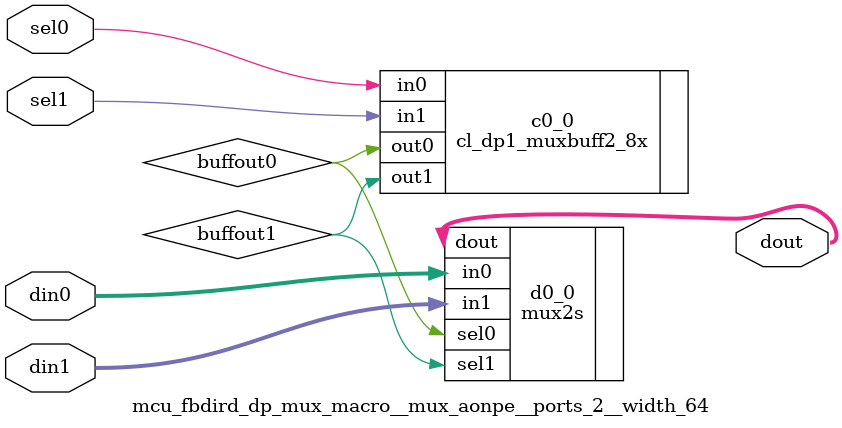
<source format=v>
`define DRIF_MCU_STATE_00  5'd0
`define DRIF_MCU_STATE_01  5'd1
`define DRIF_MCU_STATE_02  5'd2
`define DRIF_MCU_STATE_03  5'd3
`define DRIF_MCU_STATE_04  5'd4
`define DRIF_MCU_STATE_05  5'd5
`define DRIF_MCU_STATE_06  5'd6
`define DRIF_MCU_STATE_07  5'd7
`define DRIF_MCU_STATE_08  5'd8
`define DRIF_MCU_STATE_09  5'd9
`define DRIF_MCU_STATE_10  5'd10
`define DRIF_MCU_STATE_11  5'd11
`define DRIF_MCU_STATE_12  5'd12
`define DRIF_MCU_STATE_13  5'd13
`define DRIF_MCU_STATE_14  5'd14
`define DRIF_MCU_STATE_15  5'd15
`define DRIF_MCU_STATE_16  5'd16
`define DRIF_MCU_STATE_17  5'd17
`define DRIF_MCU_STATE_18  5'd18
`define DRIF_MCU_STATE_19  5'd19
`define DRIF_MCU_STATE_20  5'd20
`define DRIF_MCU_STATE_21  5'd21
`define DRIF_MCU_STATE_22  5'd22
`define DRIF_MCU_STATE_23  5'd23
`define DRIF_MCU_STATE_24  5'd24
`define DRIF_MCU_STATE_25  5'd25
`define DRIF_MCU_STATE_26  5'd26

`define DRIF_MCU_STATE_MAX 4
`define DRIF_MCU_STATE_WIDTH 5

`define UCB_READ_NACK        4'b0000    // ack/nack types
`define UCB_READ_ACK         4'b0001
`define UCB_WRITE_ACK        4'b0010
`define UCB_IFILL_ACK        4'b0011
`define UCB_IFILL_NACK       4'b0111

`define UCB_READ_REQ         4'b0100    // req types
`define UCB_WRITE_REQ        4'b0101
`define UCB_IFILL_REQ        4'b0110

`define UCB_INT              4'b1000    // plain interrupt
`define UCB_INT_VEC          4'b1100    // interrupt with vector
`define UCB_RESET_VEC        4'b1101    // reset with vector
`define UCB_IDLE_VEC         4'b1110    // idle with vector
`define UCB_RESUME_VEC       4'b1111    // resume with vector


//
// UCB Data Packet Format
// ======================
//
`define UCB_NOPAY_PKT_WIDTH   64        // packet without payload
`define UCB_64PAY_PKT_WIDTH  128        // packet with 64 bit payload
`define UCB_128PAY_PKT_WIDTH 192        // packet with 128 bit payload

`define UCB_DATA_EXT_HI      191        // (64) extended data
`define UCB_DATA_EXT_LO      128
`define UCB_DATA_HI          127        // (64) data
`define UCB_DATA_LO           64
`define UCB_RSV_HI            63        // (9) reserved bits
`define UCB_RSV_LO            55
`define UCB_ADDR_HI           54        // (40) bit address
`define UCB_ADDR_LO           15
`define UCB_SIZE_HI           14        // (3) request size
`define UCB_SIZE_LO           12
`define UCB_BUF_HI            11        // (2) buffer ID
`define UCB_BUF_LO            10
`define UCB_THR_HI             9        // (6) cpu/thread ID
`define UCB_THR_LO             4
`define UCB_PKT_HI             3        // (4) packet type
`define UCB_PKT_LO             0

`define UCB_DATA_EXT_WIDTH    64
`define UCB_DATA_WIDTH        64
`define UCB_RSV_WIDTH          9
`define UCB_ADDR_WIDTH        40 
`define UCB_SIZE_WIDTH         3
`define UCB_BUF_WIDTH          2
`define UCB_THR_WIDTH          6
`define UCB_PKT_WIDTH          4

// Size encoding for the UCB_SIZE_HI/LO field
// 000 - byte
// 001 - half-word
// 010 - word
// 011 - double-word
`define UCB_SIZE_1B          3'b000
`define UCB_SIZE_2B          3'b001
`define UCB_SIZE_4B          3'b010
`define UCB_SIZE_8B          3'b011
`define UCB_SIZE_16B         3'b100


//
// UCB Interrupt Packet Format
// ===========================
//
`define UCB_INT_PKT_WIDTH     64

`define UCB_INT_RSV_HI        63        // (7) reserved bits
`define UCB_INT_RSV_LO        57
`define UCB_INT_VEC_HI        56        // (6) interrupt vector
`define UCB_INT_VEC_LO        51
`define UCB_INT_STAT_HI       50        // (32) interrupt status
`define UCB_INT_STAT_LO       19
`define UCB_INT_DEV_HI        18        // (9) device ID
`define UCB_INT_DEV_LO        10
//`define UCB_THR_HI             9      // (6) cpu/thread ID shared with
//`define UCB_THR_LO             4             data packet format
//`define UCB_PKT_HI             3      // (4) packet type shared with
//`define UCB_PKT_LO             0      //     data packet format

`define UCB_INT_RSV_WIDTH      7
`define UCB_INT_VEC_WIDTH      6
`define UCB_INT_STAT_WIDTH    32
`define UCB_INT_DEV_WIDTH      9


`define MCU_CAS_BIT2_SEL_PA10 4'h1
`define MCU_CAS_BIT2_SEL_PA32 4'h2
`define MCU_CAS_BIT2_SEL_PA33 4'h4
`define MCU_CAS_BIT2_SEL_PA34 4'h8

`define MCU_CAS_BIT3_SEL_PA11 4'h1
`define MCU_CAS_BIT3_SEL_PA33 4'h2
`define MCU_CAS_BIT3_SEL_PA34 4'h4
`define MCU_CAS_BIT3_SEL_PA35 4'h8

`define MCU_CAS_BIT4_SEL_PA12 3'h1
`define MCU_CAS_BIT4_SEL_PA35 3'h2
`define MCU_CAS_BIT4_SEL_PA36 3'h4

`define MCU_DIMMHI_SEL_ZERO 6'h01
`define MCU_DIMMHI_SEL_PA32 6'h02
`define MCU_DIMMHI_SEL_PA33 6'h04
`define MCU_DIMMHI_SEL_PA34 6'h08
`define MCU_DIMMHI_SEL_PA35 6'h10
`define MCU_DIMMHI_SEL_PA36 6'h20

`define MCU_DIMMLO_SEL_ZERO 4'h1
`define MCU_DIMMLO_SEL_PA10 4'h2
`define MCU_DIMMLO_SEL_PA11 4'h4
`define MCU_DIMMLO_SEL_PA12 4'h8

`define MCU_RANK_SEL_ZERO 7'h01
`define MCU_RANK_SEL_PA32 7'h02
`define MCU_RANK_SEL_PA33 7'h04
`define MCU_RANK_SEL_PA34 7'h08
`define MCU_RANK_SEL_PA35 7'h10
`define MCU_RANK_SEL_PA10 7'h20
`define MCU_RANK_SEL_PA11 7'h40

`define MCU_ADDR_ERR_SEL_39_32 6'h01
`define MCU_ADDR_ERR_SEL_39_33 6'h02
`define MCU_ADDR_ERR_SEL_39_34 6'h04
`define MCU_ADDR_ERR_SEL_39_35 6'h08
`define MCU_ADDR_ERR_SEL_39_36 6'h10
`define MCU_ADDR_ERR_SEL_39_37 6'h20

`define DRIF_ERR_IDLE 0
`define DRIF_ERR_IDLE_ST 5'h1
`define DRIF_ERR_READ0 1
`define DRIF_ERR_READ0_ST 5'h2
`define DRIF_ERR_WRITE 2
`define DRIF_ERR_WRITE_ST 5'h4
`define DRIF_ERR_READ1 3
`define DRIF_ERR_READ1_ST 5'h8
`define DRIF_ERR_CRC_FR 4
`define DRIF_ERR_CRC_FR_ST 5'h10

`define MCU_WDQ_RF_DATA_WIDTH 72
`define MCU_WDQ_RF_ADDR_WIDTH 5
`define MCU_WDQ_RF_DEPTH 32

// FBDIMM header defines
`define FBD_TS0_HDR 12'hbfe
`define FBD_TS1_HDR 12'hffe
`define FBD_TS2_HDR 12'h7fe
`define FBD_TS3_HDR 12'h3fe

// MCU FBDIMM Channel commands
`define FBD_DRAM_CMD_NOP 3'h0
`define FBD_DRAM_CMD_OTHER 3'h1
`define FBD_DRAM_CMD_RD  3'h2
`define FBD_DRAM_CMD_WR  3'h3
`define FBD_DRAM_CMD_ACT 3'h4
`define FBD_DRAM_CMD_WDATA 3'h5

`define FBD_DRAM_CMD_OTHER_REF 3'h5
`define FBD_DRAM_CMD_OTHER_SRE 3'h4
`define FBD_DRAM_CMD_OTHER_PDE 3'h2
`define FBD_DRAM_CMD_OTHER_SRPDX 3'h3

`define FBD_CHNL_CMD_NOP   2'h0
`define FBD_CHNL_CMD_SYNC  2'h1
`define FBD_CHNL_CMD_SCRST 2'h2

`define FBDIC_ERR_IDLE_ST 7'h01
`define FBDIC_ERR_IDLE 0

`define FBDIC_ERR_STS_ST 7'h02
`define FBDIC_ERR_STS 1

`define FBDIC_ERR_SCRST_ST 7'h04
`define FBDIC_ERR_SCRST 2

`define FBDIC_ERR_SCRST_STS_ST 7'h08
`define FBDIC_ERR_SCRST_STS 3

`define FBDIC_ERR_STS2_ST 7'h10
`define FBDIC_ERR_STS2 4

`define FBDIC_ERR_FASTRST_ST 7'h20
`define FBDIC_ERR_FASTRST 5

`define FBDIC_ERR_FASTRST_STS_ST 7'h40
`define FBDIC_ERR_FASTRST_STS 6


// IBIST DEFINITION

`define L_2_0  12'h555
`define L_2_1  12'h555
`define L_4_0  12'h333
`define L_4_1  12'h333
`define L_6_0  12'h1c7
`define L_6_1  12'h1c7
`define L_8_0  12'h0f0
`define L_8_1  12'hf0f
`define L_24_0 12'h000
`define L_24_1 12'hfff

`define idle            4'h0

`define error_0         4'h1
`define error_1         4'h2

`define start1_0        4'h3
`define start1_1        4'h4
`define start2_0        4'h5
`define start2_1        4'h6

`define pat1_0          4'h7
`define pat1_1          4'h8

`define clkpat_0        4'h9
`define clkpat_1        4'ha

`define const_0         4'hb
`define const_1         4'hc

`define stop1_0         4'h1
`define stop1_1         4'h2

`define stop2_0         4'hd
`define stop2_1         4'he
`define error           4'hf

`define IBTX_STATE_IDLE 0
`define IBTX_STATE_PATT 1
`define IBTX_STATE_MODN 2
`define IBTX_STATE_CONST 3

`define IBRX_STATE_IDLE 0
`define IBRX_STATE_PATT 1
`define IBRX_STATE_MODN 2
`define IBRX_STATE_CONST 3



module mcu_fbdird_dp (
  fbdird0_data, 
  fbdird1_data, 
  fbdird_ibrx_data, 
  fbdird_crc_cmp0_0, 
  fbdird_crc_cmp0_1, 
  fbdird_crc_cmp1_0, 
  fbdird_crc_cmp1_1, 
  bd00, 
  bd01, 
  bd10, 
  bd11, 
  fbdic0_failover, 
  fbdic0_failover_l, 
  fbdic1_failover, 
  fbdic1_failover_l, 
  fbdic_rddata_vld, 
  fbdic_rddata_vld_l, 
  fbdic_ibrx_data_sel, 
  fbdic_ibrx_data_sel_l, 
  fbd0_data, 
  fbd1_data, 
  fbdic_idle_lfsr_reset, 
  fbdic_train_state, 
  fbdic_disable_state, 
  lndskw0_data, 
  lndskw1_data, 
  crcnd_crc0_0, 
  crcnd_crc0_1, 
  crcnd_crc1_0, 
  crcnd_crc1_1, 
  crcndf_crc0_0, 
  crcndf_crc0_1, 
  crcndf_crc1_0, 
  crcndf_crc1_1, 
  drif_single_channel_mode, 
  drl2clk, 
  scan_in, 
  scan_out, 
  tcu_pce_ov, 
  tcu_aclk, 
  tcu_bclk, 
  tcu_dectest, 
  tcu_muxtest, 
  tcu_scan_en);
wire pce_ov;
wire stop;
wire siclk;
wire soclk;
wire test;
wire muxtst;
wire se;
wire [11:0] fbdird_crc0_0;
wire [11:0] fbdird_crcf0_0;
wire [71:0] fbdird_data0_0;
wire [11:0] crc_cmp0_0_actual;
wire [11:0] crc_cmp0_0_expected;
wire [11:0] fbdird_crc0_1;
wire [11:0] fbdird_crcf0_1;
wire [71:0] fbdird_data0_1;
wire [11:0] crc_cmp0_1_actual;
wire [11:0] crc_cmp0_1_expected;
wire [11:0] fbdird_crc1_0;
wire [11:0] fbdird_crcf1_0;
wire [71:0] fbdird_data1_0;
wire [11:0] crc_cmp1_0_actual;
wire [11:0] crc_cmp1_0_expected;
wire [11:0] fbdird_crc1_1;
wire [11:0] fbdird_crcf1_1;
wire [71:0] fbdird_data1_1;
wire [11:0] crc_cmp1_1_actual;
wire [11:0] crc_cmp1_1_expected;


output [143:0]	fbdird0_data;
output [143:0]	fbdird1_data;

output [167:40]	fbdird_ibrx_data;

output		fbdird_crc_cmp0_0;
output		fbdird_crc_cmp0_1;
output		fbdird_crc_cmp1_0;
output		fbdird_crc_cmp1_1;

output	[71:0]	bd00;
output	[71:0]	bd01;
output	[71:0]	bd10;
output	[71:0]	bd11;

input		fbdic0_failover;
input		fbdic0_failover_l;
input		fbdic1_failover;
input		fbdic1_failover_l;

input		fbdic_rddata_vld;
input		fbdic_rddata_vld_l;

input		fbdic_ibrx_data_sel;
input		fbdic_ibrx_data_sel_l;

input [167:0]	fbd0_data;
input [167:0]	fbd1_data;

input		fbdic_idle_lfsr_reset;

input		fbdic_train_state;
input		fbdic_disable_state;

input	[167:0]	lndskw0_data;
input	[167:0]	lndskw1_data;

input	[11:0]	crcnd_crc0_0;
input	[11:0]	crcnd_crc0_1;
input	[11:0]	crcnd_crc1_0;
input	[11:0]	crcnd_crc1_1;

input	[5:0]	crcndf_crc0_0;
input	[5:0]	crcndf_crc0_1;
input	[5:0]	crcndf_crc1_0;
input	[5:0]	crcndf_crc1_1;

input		drif_single_channel_mode;

input		drl2clk;
input		scan_in;
output			scan_out;
input		tcu_pce_ov;
input 		tcu_aclk;
input		tcu_bclk;
input		tcu_dectest;
input		tcu_muxtest;
input		tcu_scan_en;

assign pce_ov = tcu_pce_ov;
assign stop = 1'b0;
assign siclk = tcu_aclk;
assign soclk = tcu_bclk;
assign test = tcu_dectest;
assign muxtst = tcu_muxtest;
assign se = tcu_scan_en;

assign scan_out = scan_in;

// Channel 0 northbound data

// Channel 0, Burst 0
assign fbdird_crc0_0[11:0]  = {lndskw0_data[144],lndskw0_data[145],lndskw0_data[146],lndskw0_data[147],lndskw0_data[148],
				lndskw0_data[149],lndskw0_data[161:156]};
assign fbdird_crcf0_0[11:0]  = {6'h0,lndskw0_data[149:144]};
assign fbdird_data0_0[71:0] = {lndskw0_data[137:132], lndskw0_data[125:120], lndskw0_data[113:108], lndskw0_data[101:96],  
			       lndskw0_data[89:84],   lndskw0_data[77:72],   lndskw0_data[65:60],   lndskw0_data[53:48],   
			       lndskw0_data[41:36],   lndskw0_data[29:24],   lndskw0_data[17:12],   lndskw0_data[5:0]};
////csret 11/15/2004
//assign crc_cmp0_0 = crc_cmp0_0_actual[11:0] == crc_cmp0_0_expected[11:0];
mcu_fbdird_dp_cmp_macro__width_12 u_cmp_crc_cmp0     (  
	.din0 ( crc_cmp0_0_actual[11:0] ),  
	.din1 ( crc_cmp0_0_expected[11:0] ), 
	.dout ( fbdird_crc_cmp0_0 ));

////csret 11/15/2004
//assign crc_cmp0_0_actual[11:0] = fbdic_failover ? {6'h0,fbdird_crc0_0[5:0]} : fbdird_crc0_0[11:0];
mcu_fbdird_dp_mux_macro__mux_aonpe__ports_2__width_12 u_mux_crc_cmp_act0           (  
	.dout  ( crc_cmp0_0_actual[11:0] ),  
	.din0 ( fbdird_crc0_0[11:0] ),  
	.din1 ( fbdird_crcf0_0[11:0] ),  
	.sel0 ( fbdic0_failover_l ),  
	.sel1 ( fbdic0_failover ) );

////csret 11/15/2004
//assign crc_cmp0_0_expected[11:0] = fbdic_failover ? {6'h0,crcndf_crc0_0[5:0]} : crcnd_crc0_0[11:0];
mcu_fbdird_dp_mux_macro__mux_aonpe__ports_2__width_12 u_mux_crc_cmp_exp0           (  
	.dout  ( crc_cmp0_0_expected[11:0] ),  
	.din0 ( crcnd_crc0_0[11:0] ),  
	.din1 ( {6'h0,crcndf_crc0_0[5:0]} ),  
	.sel0 ( fbdic0_failover_l ),  
	.sel1 ( fbdic0_failover ) );

assign bd00[71:0] = {
	fbdird_data0_0[5],  fbdird_data0_0[11], fbdird_data0_0[17], fbdird_data0_0[23], fbdird_data0_0[29], fbdird_data0_0[35], 
	fbdird_data0_0[41], fbdird_data0_0[47], fbdird_data0_0[53], fbdird_data0_0[59], fbdird_data0_0[65], fbdird_data0_0[71], 
	fbdird_data0_0[70], fbdird_data0_0[64], fbdird_data0_0[58], fbdird_data0_0[52], fbdird_data0_0[46], fbdird_data0_0[40], 
	fbdird_data0_0[34], fbdird_data0_0[28], fbdird_data0_0[22], fbdird_data0_0[16], fbdird_data0_0[10], fbdird_data0_0[4], 
	fbdird_data0_0[3],  fbdird_data0_0[9],  fbdird_data0_0[15], fbdird_data0_0[21], fbdird_data0_0[27], fbdird_data0_0[33], 
	fbdird_data0_0[39], fbdird_data0_0[45], fbdird_data0_0[51], fbdird_data0_0[57], fbdird_data0_0[63], fbdird_data0_0[69], 
	fbdird_data0_0[68], fbdird_data0_0[62], fbdird_data0_0[56], fbdird_data0_0[50], fbdird_data0_0[44], fbdird_data0_0[38], 
	fbdird_data0_0[32], fbdird_data0_0[26], fbdird_data0_0[20], fbdird_data0_0[14], fbdird_data0_0[8],  fbdird_data0_0[2], 
	fbdird_data0_0[1],  fbdird_data0_0[7],  fbdird_data0_0[13], fbdird_data0_0[19], fbdird_data0_0[25], fbdird_data0_0[31], 
	fbdird_data0_0[37], fbdird_data0_0[43], fbdird_data0_0[49], fbdird_data0_0[55], fbdird_data0_0[61], fbdird_data0_0[67], 
	fbdird_data0_0[66], fbdird_data0_0[60], fbdird_data0_0[54], fbdird_data0_0[48], fbdird_data0_0[42], fbdird_data0_0[36], 
	fbdird_data0_0[30], fbdird_data0_0[24], fbdird_data0_0[18], fbdird_data0_0[12], fbdird_data0_0[6],  fbdird_data0_0[0]};

// Channel 0, Burst 1
assign fbdird_crc0_1[11:0]  = {lndskw0_data[150],lndskw0_data[151],lndskw0_data[152],lndskw0_data[153],lndskw0_data[154],
				lndskw0_data[155],lndskw0_data[167:162]};
assign fbdird_crcf0_1[11:0]  = {6'h0,lndskw0_data[155:150]};
assign fbdird_data0_1[71:0] = {lndskw0_data[143:138], lndskw0_data[131:126], lndskw0_data[119:114], lndskw0_data[107:102], 
			       lndskw0_data[95:90],   lndskw0_data[83:78],   lndskw0_data[71:66],   lndskw0_data[59:54],   
			       lndskw0_data[47:42],   lndskw0_data[35:30],   lndskw0_data[23:18],   lndskw0_data[11:6]};

////csret 11/15/2004
//assign crc_cmp0_1 = crc_cmp0_1_actual[11:0] == crc_cmp0_1_expected[11:0];
mcu_fbdird_dp_cmp_macro__width_12 u_cmp_crc_cmp1     (  
	.din0 ( crc_cmp0_1_actual[11:0] ),  
	.din1 ( crc_cmp0_1_expected[11:0] ),  
	.dout ( fbdird_crc_cmp0_1 ));

////csret 11/15/2004
//assign crc_cmp0_1_actual[11:0] = fbdic_failover ? {6'h0,fbdird_crc0_1[5:0]} : fbdird_crc0_1[11:0];
mcu_fbdird_dp_mux_macro__mux_aonpe__ports_2__width_12 u_mux_crc_cmp_act1           (  
	.dout  ( crc_cmp0_1_actual[11:0] ),  
	.din0 ( fbdird_crc0_1[11:0] ),  
	.din1 ( fbdird_crcf0_1[11:0] ),  
	.sel0 ( fbdic0_failover_l ),  
	.sel1 ( fbdic0_failover ) );

////csret 11/15/2004
//assign crc_cmp0_1_expected[11:0] = fbdic_failover ? {6'h0,crcndf_crc0_1[5:0]} : crcnd_crc0_1[11:0];
mcu_fbdird_dp_mux_macro__mux_aonpe__ports_2__width_12 u_mux_crc_cmp_exp1           (  
	.dout  ( crc_cmp0_1_expected[11:0] ),  
	.din0 ( crcnd_crc0_1[11:0] ),  
	.din1 ( {6'h0,crcndf_crc0_1[5:0]} ),  
	.sel0 ( fbdic0_failover_l ),  
	.sel1 ( fbdic0_failover ) );

assign bd01[71:0] = {
	fbdird_data0_1[5],  fbdird_data0_1[11], fbdird_data0_1[17], fbdird_data0_1[23], fbdird_data0_1[29], fbdird_data0_1[35], 
	fbdird_data0_1[41], fbdird_data0_1[47], fbdird_data0_1[53], fbdird_data0_1[59], fbdird_data0_1[65], fbdird_data0_1[71], 
	fbdird_data0_1[70], fbdird_data0_1[64], fbdird_data0_1[58], fbdird_data0_1[52], fbdird_data0_1[46], fbdird_data0_1[40], 
	fbdird_data0_1[34], fbdird_data0_1[28], fbdird_data0_1[22], fbdird_data0_1[16], fbdird_data0_1[10], fbdird_data0_1[4], 
	fbdird_data0_1[3],  fbdird_data0_1[9],  fbdird_data0_1[15], fbdird_data0_1[21], fbdird_data0_1[27], fbdird_data0_1[33], 
	fbdird_data0_1[39], fbdird_data0_1[45], fbdird_data0_1[51], fbdird_data0_1[57], fbdird_data0_1[63], fbdird_data0_1[69], 
	fbdird_data0_1[68], fbdird_data0_1[62], fbdird_data0_1[56], fbdird_data0_1[50], fbdird_data0_1[44], fbdird_data0_1[38], 
	fbdird_data0_1[32], fbdird_data0_1[26], fbdird_data0_1[20], fbdird_data0_1[14], fbdird_data0_1[8],  fbdird_data0_1[2], 
	fbdird_data0_1[1],  fbdird_data0_1[7],  fbdird_data0_1[13], fbdird_data0_1[19], fbdird_data0_1[25], fbdird_data0_1[31], 
	fbdird_data0_1[37], fbdird_data0_1[43], fbdird_data0_1[49], fbdird_data0_1[55], fbdird_data0_1[61], fbdird_data0_1[67], 
	fbdird_data0_1[66], fbdird_data0_1[60], fbdird_data0_1[54], fbdird_data0_1[48], fbdird_data0_1[42], fbdird_data0_1[36], 
	fbdird_data0_1[30], fbdird_data0_1[24], fbdird_data0_1[18], fbdird_data0_1[12], fbdird_data0_1[6],  fbdird_data0_1[0]};

// Channel 1 northbound data

// Channel 1, Burst 0
assign fbdird_crc1_0[11:0]  = {lndskw1_data[144],lndskw1_data[145],lndskw1_data[146],lndskw1_data[147],lndskw1_data[148],
				lndskw1_data[149],lndskw1_data[161:156]};
assign fbdird_crcf1_0[11:0]  = {6'h0,lndskw1_data[149:144]};
assign fbdird_data1_0[71:0] = {lndskw1_data[137:132], lndskw1_data[125:120], lndskw1_data[113:108], lndskw1_data[101:96],  
			       lndskw1_data[89:84],   lndskw1_data[77:72],   lndskw1_data[65:60],   lndskw1_data[53:48],   
			       lndskw1_data[41:36],   lndskw1_data[29:24],   lndskw1_data[17:12],   lndskw1_data[5:0]};

////csret 11/15/2004
//assign crc_cmp1_0 = crc_cmp1_0_actual[11:0] == crc_cmp1_0_expected[11:0];
mcu_fbdird_dp_cmp_macro__width_12 u_cmp_crc_cmp10     (  
	.din0 ( crc_cmp1_0_actual[11:0] ),  
	.din1 ( crc_cmp1_0_expected[11:0] ),  
	.dout ( fbdird_crc_cmp1_0 ));

////csret 11/15/2004
//assign crc_cmp1_0_actual[11:0] = fbdic_failover ? {6'h0,fbdird_crc1_0[5:0]} : fbdird_crc1_0[11:0];
mcu_fbdird_dp_mux_macro__mux_aonpe__ports_2__width_12 u_mux_crc_cmp_act10           (  
	.dout  ( crc_cmp1_0_actual[11:0] ),  
	.din0 ( fbdird_crc1_0[11:0] ),  
	.din1 ( fbdird_crcf1_0[11:0] ),  
	.sel0 ( fbdic1_failover_l ),  
	.sel1 ( fbdic1_failover ) );

////csret 11/15/2004
//assign crc_cmp1_0_expected[11:0] = fbdic_failover ? {6'h0,crcndf_crc1_0[5:0]} : crcnd_crc1_0[11:0];
mcu_fbdird_dp_mux_macro__mux_aonpe__ports_2__width_12 u_mux_crc_cmp_exp10           (  
	.dout  ( crc_cmp1_0_expected[11:0] ),  
	.din0 ( crcnd_crc1_0[11:0] ),  
	.din1 ( {6'h0,crcndf_crc1_0[5:0]} ),  
	.sel0 ( fbdic1_failover_l ),  
	.sel1 ( fbdic1_failover ) );

assign bd10[71:0] = {
	fbdird_data1_0[5],  fbdird_data1_0[11], fbdird_data1_0[17], fbdird_data1_0[23], fbdird_data1_0[29], fbdird_data1_0[35], 
	fbdird_data1_0[41], fbdird_data1_0[47], fbdird_data1_0[53], fbdird_data1_0[59], fbdird_data1_0[65], fbdird_data1_0[71], 
	fbdird_data1_0[70], fbdird_data1_0[64], fbdird_data1_0[58], fbdird_data1_0[52], fbdird_data1_0[46], fbdird_data1_0[40], 
	fbdird_data1_0[34], fbdird_data1_0[28], fbdird_data1_0[22], fbdird_data1_0[16], fbdird_data1_0[10], fbdird_data1_0[4], 
	fbdird_data1_0[3],  fbdird_data1_0[9],  fbdird_data1_0[15], fbdird_data1_0[21], fbdird_data1_0[27], fbdird_data1_0[33], 
	fbdird_data1_0[39], fbdird_data1_0[45], fbdird_data1_0[51], fbdird_data1_0[57], fbdird_data1_0[63], fbdird_data1_0[69], 
	fbdird_data1_0[68], fbdird_data1_0[62], fbdird_data1_0[56], fbdird_data1_0[50], fbdird_data1_0[44], fbdird_data1_0[38], 
	fbdird_data1_0[32], fbdird_data1_0[26], fbdird_data1_0[20], fbdird_data1_0[14], fbdird_data1_0[8],  fbdird_data1_0[2], 
	fbdird_data1_0[1],  fbdird_data1_0[7],  fbdird_data1_0[13], fbdird_data1_0[19], fbdird_data1_0[25], fbdird_data1_0[31], 
	fbdird_data1_0[37], fbdird_data1_0[43], fbdird_data1_0[49], fbdird_data1_0[55], fbdird_data1_0[61], fbdird_data1_0[67], 
	fbdird_data1_0[66], fbdird_data1_0[60], fbdird_data1_0[54], fbdird_data1_0[48], fbdird_data1_0[42], fbdird_data1_0[36], 
	fbdird_data1_0[30], fbdird_data1_0[24], fbdird_data1_0[18], fbdird_data1_0[12], fbdird_data1_0[6],  fbdird_data1_0[0]};

// Channel 1, Burst 1

assign fbdird_crc1_1[11:0]  = {lndskw1_data[150],lndskw1_data[151],lndskw1_data[152],lndskw1_data[153],lndskw1_data[154],
				lndskw1_data[155],lndskw1_data[167:162]};
assign fbdird_crcf1_1[11:0]  = {6'h0,lndskw1_data[155:150]};
assign fbdird_data1_1[71:0] = {lndskw1_data[143:138], lndskw1_data[131:126], lndskw1_data[119:114], lndskw1_data[107:102], 
			       lndskw1_data[95:90],   lndskw1_data[83:78],   lndskw1_data[71:66],   lndskw1_data[59:54],   
			       lndskw1_data[47:42],   lndskw1_data[35:30],   lndskw1_data[23:18],   lndskw1_data[11:6]};

////csret 11/15/2004
//assign crc_cmp1_1 = crc_cmp1_1_actual[11:0] == crc_cmp1_1_expected[11:0];
mcu_fbdird_dp_cmp_macro__width_12 u_cmp_crc_cmp11     (  
	.din0 ( crc_cmp1_1_actual[11:0] ),  
	.din1 ( crc_cmp1_1_expected[11:0] ),  
	.dout ( fbdird_crc_cmp1_1 ));

////csret 11/15/2004
//assign crc_cmp1_1_actual[11:0] = fbdic_failover ? {6'h0,fbdird_crc1_1[5:0]} : fbdird_crc1_1[11:0];
mcu_fbdird_dp_mux_macro__mux_aonpe__ports_2__width_12 u_mux_crc_cmp_act11           (  
	.dout ( crc_cmp1_1_actual[11:0] ),  
	.din0 ( fbdird_crc1_1[11:0] ),  
	.din1 ( fbdird_crcf1_1[11:0] ),  
	.sel0 ( fbdic1_failover_l ),  
	.sel1 ( fbdic1_failover ) );

////csret 11/15/2004
//assign crc_cmp1_1_expected[11:0] = fbdic_failover ? {6'h0,crcndf_crc1_1[5:0]} : crcnd_crc1_1[11:0];
mcu_fbdird_dp_mux_macro__mux_aonpe__ports_2__width_12 u_mux_crc_cmp_exp11           (  
	.dout  ( crc_cmp1_1_expected[11:0] ),  
	.din0 ( crcnd_crc1_1[11:0] ),  
	.din1 ( {6'h0,crcndf_crc1_1[5:0]} ),  
	.sel0 ( fbdic1_failover_l ),  
	.sel1 ( fbdic1_failover ) );

assign bd11[71:0] = {
	fbdird_data1_1[5],  fbdird_data1_1[11], fbdird_data1_1[17], fbdird_data1_1[23], fbdird_data1_1[29], fbdird_data1_1[35], 
	fbdird_data1_1[41], fbdird_data1_1[47], fbdird_data1_1[53], fbdird_data1_1[59], fbdird_data1_1[65], fbdird_data1_1[71], 
	fbdird_data1_1[70], fbdird_data1_1[64], fbdird_data1_1[58], fbdird_data1_1[52], fbdird_data1_1[46], fbdird_data1_1[40], 
	fbdird_data1_1[34], fbdird_data1_1[28], fbdird_data1_1[22], fbdird_data1_1[16], fbdird_data1_1[10], fbdird_data1_1[4], 
	fbdird_data1_1[3],  fbdird_data1_1[9],  fbdird_data1_1[15], fbdird_data1_1[21], fbdird_data1_1[27], fbdird_data1_1[33], 
	fbdird_data1_1[39], fbdird_data1_1[45], fbdird_data1_1[51], fbdird_data1_1[57], fbdird_data1_1[63], fbdird_data1_1[69], 
	fbdird_data1_1[68], fbdird_data1_1[62], fbdird_data1_1[56], fbdird_data1_1[50], fbdird_data1_1[44], fbdird_data1_1[38], 
	fbdird_data1_1[32], fbdird_data1_1[26], fbdird_data1_1[20], fbdird_data1_1[14], fbdird_data1_1[8],  fbdird_data1_1[2], 
	fbdird_data1_1[1],  fbdird_data1_1[7],  fbdird_data1_1[13], fbdird_data1_1[19], fbdird_data1_1[25], fbdird_data1_1[31], 
	fbdird_data1_1[37], fbdird_data1_1[43], fbdird_data1_1[49], fbdird_data1_1[55], fbdird_data1_1[61], fbdird_data1_1[67], 
	fbdird_data1_1[66], fbdird_data1_1[60], fbdird_data1_1[54], fbdird_data1_1[48], fbdird_data1_1[42], fbdird_data1_1[36], 
	fbdird_data1_1[30], fbdird_data1_1[24], fbdird_data1_1[18], fbdird_data1_1[12], fbdird_data1_1[6],  fbdird_data1_1[0]};

// data to readdp blocks
mcu_fbdird_dp_mux_macro__mux_pgpe__ports_3__width_16 u_mux_fbdird0_data_143_128    (
	.din0({16{1'b0}}),
	.din1(fbdird_data0_0[71:56]),
	.din2(fbdird_data0_0[71:56]),
	.sel0(fbdic_rddata_vld_l),
	.sel1(drif_single_channel_mode),
	.dout(fbdird0_data[143:128]),
  .muxtst(muxtst),
  .test(test));
mcu_fbdird_dp_mux_macro__mux_pgpe__ports_3__width_64 u_mux_fbdird0_data_127_64  (
	.din0({64{1'b0}}),
	.din1({fbdird_data0_0[55:0],fbdird_data0_1[71:64]}),
	.din2({fbdird_data0_0[55:0],fbdird_data1_0[71:64]}),
	.sel0(fbdic_rddata_vld_l),
	.sel1(drif_single_channel_mode),
	.dout(fbdird0_data[127:64]),
  .muxtst(muxtst),
  .test(test));
mcu_fbdird_dp_mux_macro__mux_pgpe__ports_3__width_64 u_mux_fbdird0_data_63_0  (
	.din0({64{1'b0}}),
	.din1(fbdird_data0_1[63:0]),
	.din2(fbdird_data1_0[63:0]),
	.sel0(fbdic_rddata_vld_l),
	.sel1(drif_single_channel_mode),
	.dout(fbdird0_data[63:0]),
  .muxtst(muxtst),
  .test(test));

// if in single channel mode, send data0 bits to readdp1 also
mcu_fbdird_dp_mux_macro__mux_pgpe__ports_3__width_16 u_mux_fbdird1_data_143_128    (
	.din0({16{1'b0}}),
	.din1(fbdird_data0_0[71:56]),
	.din2(fbdird_data0_1[71:56]),
	.sel0(fbdic_rddata_vld_l),
	.sel1(drif_single_channel_mode),
	.dout(fbdird1_data[143:128]),
  .muxtst(muxtst),
  .test(test));
mcu_fbdird_dp_mux_macro__mux_pgpe__ports_3__width_64 u_mux_fbdird1_data_127_64  (
	.din0({64{1'b0}}),
	.din1({fbdird_data0_0[55:0],fbdird_data0_1[71:64]}),
	.din2({fbdird_data0_1[55:0],fbdird_data1_1[71:64]}),
	.sel0(fbdic_rddata_vld_l),
	.sel1(drif_single_channel_mode),
	.dout(fbdird1_data[127:64]),
  .muxtst(muxtst),
  .test(test));
mcu_fbdird_dp_mux_macro__mux_pgpe__ports_3__width_64 u_mux_fbdird1_data_63_0  (
	.din0({64{1'b0}}),
	.din1(fbdird_data0_1[63:0]),
	.din2(fbdird_data1_1[63:0]),
	.sel0(fbdic_rddata_vld_l),
	.sel1(drif_single_channel_mode),
	.dout(fbdird1_data[63:0]),
  .muxtst(muxtst),
  .test(test));

// Mux for IBIST data
mcu_fbdird_dp_mux_macro__mux_aonpe__ports_2__width_64 u_mux_ibist_167_104  (
	.din0(lndskw0_data[167:104]),
	.din1(lndskw1_data[167:104]),
	.sel0(fbdic_ibrx_data_sel_l),
	.sel1(fbdic_ibrx_data_sel),
	.dout(fbdird_ibrx_data[167:104]));

mcu_fbdird_dp_mux_macro__mux_aonpe__ports_2__width_64 u_mux_ibist_103_40  (
	.din0(lndskw0_data[103:40]),
	.din1(lndskw1_data[103:40]),
	.sel0(fbdic_ibrx_data_sel_l),
	.sel1(fbdic_ibrx_data_sel),
	.dout(fbdird_ibrx_data[103:40]));

endmodule


//
//   comparator macro (output is 1 if both inputs are equal; 0 otherwise)
//
//





module mcu_fbdird_dp_cmp_macro__width_12 (
  din0, 
  din1, 
  dout);
  input [11:0] din0;
  input [11:0] din1;
  output dout;






cmp #(12)  m0_0 (
.in0(din0[11:0]),
.in1(din1[11:0]),
.out(dout)
);










endmodule





// general mux macro for pass-gate and and-or muxes with/wout priority encoders
// also for pass-gate with decoder





// any PARAMS parms go into naming of macro

module mcu_fbdird_dp_mux_macro__mux_aonpe__ports_2__width_12 (
  din0, 
  sel0, 
  din1, 
  sel1, 
  dout);
wire buffout0;
wire buffout1;

  input [11:0] din0;
  input sel0;
  input [11:0] din1;
  input sel1;
  output [11:0] dout;





cl_dp1_muxbuff2_8x  c0_0 (
 .in0(sel0),
 .in1(sel1),
 .out0(buffout0),
 .out1(buffout1)
);
mux2s #(12)  d0_0 (
  .sel0(buffout0),
  .sel1(buffout1),
  .in0(din0[11:0]),
  .in1(din1[11:0]),
.dout(dout[11:0])
);









  



endmodule


// general mux macro for pass-gate and and-or muxes with/wout priority encoders
// also for pass-gate with decoder





// any PARAMS parms go into naming of macro

module mcu_fbdird_dp_mux_macro__mux_pgpe__ports_3__width_16 (
  din0, 
  din1, 
  din2, 
  sel0, 
  sel1, 
  muxtst, 
  test, 
  dout);
wire psel0;
wire psel1;
wire psel2;

  input [15:0] din0;
  input [15:0] din1;
  input [15:0] din2;
  input sel0;
  input sel1;
  input muxtst;
  input test;
  output [15:0] dout;





cl_dp1_penc3_8x  c0_0 (
 .sel0(sel0),
 .sel1(sel1),
 .psel0(psel0),
 .psel1(psel1),
 .psel2(psel2),
  .test(test)
);

mux3 #(16)  d0_0 (
  .sel0(psel0),
  .sel1(psel1),
  .sel2(psel2),
  .in0(din0[15:0]),
  .in1(din1[15:0]),
  .in2(din2[15:0]),
.dout(dout[15:0]),
  .muxtst(muxtst)
);









  



endmodule


// general mux macro for pass-gate and and-or muxes with/wout priority encoders
// also for pass-gate with decoder





// any PARAMS parms go into naming of macro

module mcu_fbdird_dp_mux_macro__mux_pgpe__ports_3__width_64 (
  din0, 
  din1, 
  din2, 
  sel0, 
  sel1, 
  muxtst, 
  test, 
  dout);
wire psel0;
wire psel1;
wire psel2;

  input [63:0] din0;
  input [63:0] din1;
  input [63:0] din2;
  input sel0;
  input sel1;
  input muxtst;
  input test;
  output [63:0] dout;





cl_dp1_penc3_8x  c0_0 (
 .sel0(sel0),
 .sel1(sel1),
 .psel0(psel0),
 .psel1(psel1),
 .psel2(psel2),
  .test(test)
);

mux3 #(64)  d0_0 (
  .sel0(psel0),
  .sel1(psel1),
  .sel2(psel2),
  .in0(din0[63:0]),
  .in1(din1[63:0]),
  .in2(din2[63:0]),
.dout(dout[63:0]),
  .muxtst(muxtst)
);









  



endmodule


// general mux macro for pass-gate and and-or muxes with/wout priority encoders
// also for pass-gate with decoder





// any PARAMS parms go into naming of macro

module mcu_fbdird_dp_mux_macro__mux_aonpe__ports_2__width_64 (
  din0, 
  sel0, 
  din1, 
  sel1, 
  dout);
wire buffout0;
wire buffout1;

  input [63:0] din0;
  input sel0;
  input [63:0] din1;
  input sel1;
  output [63:0] dout;





cl_dp1_muxbuff2_8x  c0_0 (
 .in0(sel0),
 .in1(sel1),
 .out0(buffout0),
 .out1(buffout1)
);
mux2s #(64)  d0_0 (
  .sel0(buffout0),
  .sel1(buffout1),
  .in0(din0[63:0]),
  .in1(din1[63:0]),
.dout(dout[63:0])
);









  



endmodule


</source>
